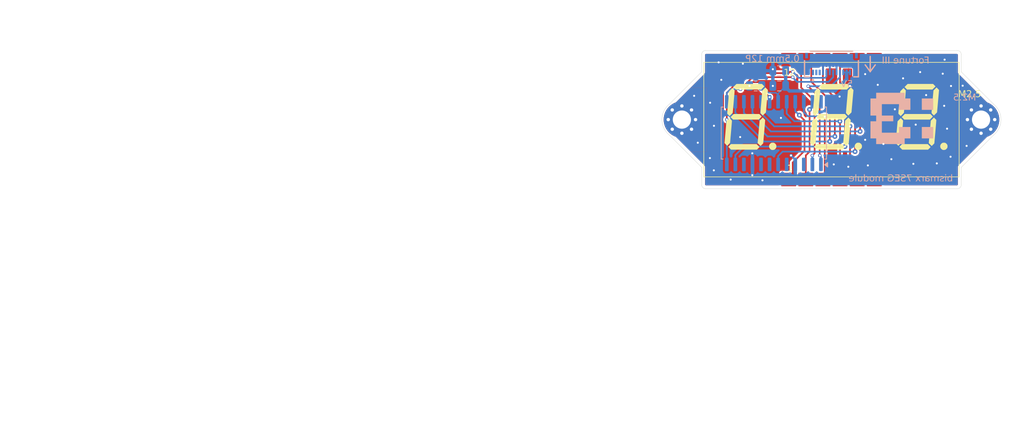
<source format=kicad_pcb>
(kicad_pcb (version 20241229) (generator "pcbnew") (generator_version "9.0")
  (layers (0 "F.Cu" signal) (2 "B.Cu" signal) (13 "F.Paste" user) (15 "B.Paste" user) (5 "F.SilkS" user "F.Silkscreen") (7 "B.SilkS" user "B.Silkscreen") (1 "F.Mask" user) (3 "B.Mask" user) (25 "Edge.Cuts" user))
  (net 0 "")
  (net 1 "GND")
  (net 2 "+5V")
  (net 3 "Net-(U2-ISET)")
  (net 4 "SEG_E")
  (net 5 "SEG_A")
  (net 6 "SEG_C")
  (net 7 "SEG_B")
  (net 8 "SEG_G")
  (net 9 "SEG_D")
  (net 10 "SEG_DP")
  (net 11 "SEG_F")
  (net 12 "DIG_0")
  (net 13 "DIG_1")
  (net 14 "DIG_2")
  (net 15 "MOSI")
  (net 16 "~{CS}")
  (net 17 "CLK")
  (footprint "MountingHole:MountingHole_2.7mm_M2.5_Pad_Via" (layer "F.Cu") (at 185.55 61.5)
    (property "Reference" "H2" (hide yes))
    (property "Value" "M2.5")
    (pad "1" thru_hole circle (at -2.025 0) (size 0.8 0.8) (drill 0.5) (layers "*.Cu" "*.Mask") (net 1 "GND"))
    (pad "1" thru_hole circle (at -1.431891 -1.431891) (size 0.8 0.8) (drill 0.5) (layers "*.Cu" "*.Mask") (net 1 "GND"))
    (pad "1" thru_hole circle (at -1.431891 1.431891) (size 0.8 0.8) (drill 0.5) (layers "*.Cu" "*.Mask") (net 1 "GND"))
    (pad "1" thru_hole circle (at 0 -2.025) (size 0.8 0.8) (drill 0.5) (layers "*.Cu" "*.Mask") (net 1 "GND"))
    (pad "1" thru_hole circle (at 0 0) (size 5.4 5.4) (drill 2.7) (layers "*.Cu" "*.Mask") (net 1 "GND"))
    (pad "1" thru_hole circle (at 0 2.025) (size 0.8 0.8) (drill 0.5) (layers "*.Cu" "*.Mask") (net 1 "GND"))
    (pad "1" thru_hole circle (at 1.431891 -1.431891) (size 0.8 0.8) (drill 0.5) (layers "*.Cu" "*.Mask") (net 1 "GND"))
    (pad "1" thru_hole circle (at 1.431891 1.431891) (size 0.8 0.8) (drill 0.5) (layers "*.Cu" "*.Mask") (net 1 "GND"))
    (pad "1" thru_hole circle (at 2.025 0) (size 0.8 0.8) (drill 0.5) (layers "*.Cu" "*.Mask") (net 1 "GND"))
  )
  (footprint "gps-compass_brd:OSK3056A-LR" (layer "F.Cu") (at 207.75 61.5)
    (property "Reference" "U1" (hide yes))
    (property "Value" "OSK3056A-LR")
    (fp_text user "1" (at -6.604 7.874 0) (layer "F.SilkS") (effects (justify left bottom)))
    (fp_text user "12" (at -7.112 -6.35 0) (layer "F.SilkS") (effects (justify left bottom)))
    (pad "1" smd rect (at -6.35 8.89 90) (size 2 2.2) (layers "F.Cu" "F.Mask" "F.Paste") (net 4 "SEG_E"))
    (pad "2" smd rect (at -3.81 8.89 90) (size 2 2.2) (layers "F.Cu" "F.Mask" "F.Paste") (net 9 "SEG_D"))
    (pad "3" smd rect (at -1.27 8.89 90) (size 2 2.2) (layers "F.Cu" "F.Mask" "F.Paste") (net 10 "SEG_DP"))
    (pad "4" smd rect (at 1.27 8.89 90) (size 2 2.2) (layers "F.Cu" "F.Mask" "F.Paste") (net 6 "SEG_C"))
    (pad "5" smd rect (at 3.81 8.89 90) (size 2 2.2) (layers "F.Cu" "F.Mask" "F.Paste") (net 8 "SEG_G"))
    (pad "6" smd rect (at 6.35 8.89 90) (size 2 2.2) (layers "F.Cu" "F.Mask" "F.Paste"))
    (pad "7" smd rect (at 6.35 -8.89 90) (size 2 2.2) (layers "F.Cu" "F.Mask" "F.Paste") (net 7 "SEG_B"))
    (pad "8" smd rect (at 3.81 -8.89 90) (size 2 2.2) (layers "F.Cu" "F.Mask" "F.Paste") (net 14 "DIG_2"))
    (pad "9" smd rect (at 1.27 -8.89 90) (size 2 2.2) (layers "F.Cu" "F.Mask" "F.Paste") (net 13 "DIG_1"))
    (pad "10" smd rect (at -1.27 -8.89 90) (size 2 2.2) (layers "F.Cu" "F.Mask" "F.Paste") (net 11 "SEG_F"))
    (pad "11" smd rect (at -3.81 -8.89 90) (size 2 2.2) (layers "F.Cu" "F.Mask" "F.Paste") (net 5 "SEG_A"))
    (pad "12" smd rect (at -6.35 -8.89 90) (size 2 2.2) (layers "F.Cu" "F.Mask" "F.Paste") (net 12 "DIG_0"))
  )
  (footprint "MountingHole:MountingHole_2.7mm_M2.5_Pad_Via" (layer "F.Cu") (at 229.95 61.5 180)
    (property "Reference" "H1" (hide yes))
    (property "Value" "M2.5")
    (pad "1" thru_hole circle (at -2.025 0 180) (size 0.8 0.8) (drill 0.5) (layers "*.Cu" "*.Mask") (net 1 "GND"))
    (pad "1" thru_hole circle (at -1.431891 -1.431891 180) (size 0.8 0.8) (drill 0.5) (layers "*.Cu" "*.Mask") (net 1 "GND"))
    (pad "1" thru_hole circle (at -1.431891 1.431891 180) (size 0.8 0.8) (drill 0.5) (layers "*.Cu" "*.Mask") (net 1 "GND"))
    (pad "1" thru_hole circle (at 0 -2.025 180) (size 0.8 0.8) (drill 0.5) (layers "*.Cu" "*.Mask") (net 1 "GND"))
    (pad "1" thru_hole circle (at 0 0 180) (size 5.4 5.4) (drill 2.7) (layers "*.Cu" "*.Mask") (net 1 "GND"))
    (pad "1" thru_hole circle (at 0 2.025 180) (size 0.8 0.8) (drill 0.5) (layers "*.Cu" "*.Mask") (net 1 "GND"))
    (pad "1" thru_hole circle (at 1.431891 -1.431891 180) (size 0.8 0.8) (drill 0.5) (layers "*.Cu" "*.Mask") (net 1 "GND"))
    (pad "1" thru_hole circle (at 1.431891 1.431891 180) (size 0.8 0.8) (drill 0.5) (layers "*.Cu" "*.Mask") (net 1 "GND"))
    (pad "1" thru_hole circle (at 2.025 0 180) (size 0.8 0.8) (drill 0.5) (layers "*.Cu" "*.Mask") (net 1 "GND"))
  )
  (footprint "Capacitor_SMD:C_0805_2012Metric" (layer "B.Cu") (at 200 54.25 180)
    (property "Reference" "C1" (hide yes))
    (property "Value" "10uF")
    (pad "1" smd roundrect (at -0.95 0 180) (size 1 1.45) (layers "B.Cu" "B.Mask" "B.Paste") (net 2 "+5V"))
    (pad "2" smd roundrect (at 0.95 0 180) (size 1 1.45) (layers "B.Cu" "B.Mask" "B.Paste") (net 1 "GND"))
  )
  (footprint "sumec_graphic:COLON_3_IMG" (layer "B.Cu") (at 219.25 64.5 180)
    (property "Reference" "G***" (hide yes))
    (property "Value" "LOGO" (hide yes))
  )
  (footprint "Package_SO:SOP-24_7.5x15.4mm_P1.27mm" (layer "B.Cu") (at 199.2 63.5 90)
    (property "Reference" "U2" (hide yes))
    (property "Value" "MAX7219")
    (pad "1" smd roundrect (at -4.65 6.985 90) (size 2 0.55) (layers "B.Cu" "B.Mask" "B.Paste") (net 15 "MOSI"))
    (pad "2" smd roundrect (at -4.65 5.715 90) (size 2 0.55) (layers "B.Cu" "B.Mask" "B.Paste") (net 12 "DIG_0"))
    (pad "3" smd roundrect (at -4.65 4.445 90) (size 2 0.55) (layers "B.Cu" "B.Mask" "B.Paste"))
    (pad "4" smd roundrect (at -4.65 3.175 90) (size 2 0.55) (layers "B.Cu" "B.Mask" "B.Paste") (net 1 "GND"))
    (pad "5" smd roundrect (at -4.65 1.905 90) (size 2 0.55) (layers "B.Cu" "B.Mask" "B.Paste"))
    (pad "6" smd roundrect (at -4.65 0.635 90) (size 2 0.55) (layers "B.Cu" "B.Mask" "B.Paste") (net 14 "DIG_2"))
    (pad "7" smd roundrect (at -4.65 -0.635 90) (size 2 0.55) (layers "B.Cu" "B.Mask" "B.Paste"))
    (pad "8" smd roundrect (at -4.65 -1.905 90) (size 2 0.55) (layers "B.Cu" "B.Mask" "B.Paste"))
    (pad "9" smd roundrect (at -4.65 -3.175 90) (size 2 0.55) (layers "B.Cu" "B.Mask" "B.Paste") (net 1 "GND"))
    (pad "10" smd roundrect (at -4.65 -4.445 90) (size 2 0.55) (layers "B.Cu" "B.Mask" "B.Paste"))
    (pad "11" smd roundrect (at -4.65 -5.715 90) (size 2 0.55) (layers "B.Cu" "B.Mask" "B.Paste") (net 13 "DIG_1"))
    (pad "12" smd roundrect (at -4.65 -6.985 90) (size 2 0.55) (layers "B.Cu" "B.Mask" "B.Paste") (net 16 "~{CS}"))
    (pad "13" smd roundrect (at 4.65 -6.985 90) (size 2 0.55) (layers "B.Cu" "B.Mask" "B.Paste") (net 17 "CLK"))
    (pad "14" smd roundrect (at 4.65 -5.715 90) (size 2 0.55) (layers "B.Cu" "B.Mask" "B.Paste") (net 5 "SEG_A"))
    (pad "15" smd roundrect (at 4.65 -4.445 90) (size 2 0.55) (layers "B.Cu" "B.Mask" "B.Paste") (net 11 "SEG_F"))
    (pad "16" smd roundrect (at 4.65 -3.175 90) (size 2 0.55) (layers "B.Cu" "B.Mask" "B.Paste") (net 7 "SEG_B"))
    (pad "17" smd roundrect (at 4.65 -1.905 90) (size 2 0.55) (layers "B.Cu" "B.Mask" "B.Paste") (net 8 "SEG_G"))
    (pad "18" smd roundrect (at 4.65 -0.635 90) (size 2 0.55) (layers "B.Cu" "B.Mask" "B.Paste") (net 3 "Net-(U2-ISET)"))
    (pad "19" smd roundrect (at 4.65 0.635 90) (size 2 0.55) (layers "B.Cu" "B.Mask" "B.Paste") (net 2 "+5V"))
    (pad "20" smd roundrect (at 4.65 1.905 90) (size 2 0.55) (layers "B.Cu" "B.Mask" "B.Paste") (net 6 "SEG_C"))
    (pad "21" smd roundrect (at 4.65 3.175 90) (size 2 0.55) (layers "B.Cu" "B.Mask" "B.Paste") (net 4 "SEG_E"))
    (pad "22" smd roundrect (at 4.65 4.445 90) (size 2 0.55) (layers "B.Cu" "B.Mask" "B.Paste") (net 10 "SEG_DP"))
    (pad "23" smd roundrect (at 4.65 5.715 90) (size 2 0.55) (layers "B.Cu" "B.Mask" "B.Paste") (net 9 "SEG_D"))
    (pad "24" smd roundrect (at 4.65 6.985 90) (size 2 0.55) (layers "B.Cu" "B.Mask" "B.Paste"))
  )
  (footprint "gps-compass_brd:GCT_FFC2B28-12-G" (layer "B.Cu") (at 207.75 53.25)
    (property "Reference" "J2" (hide yes))
    (property "Value" "FFC2B28-12-G")
    (pad "1" smd rect (at -2.75 1.25) (size 0.3 0.8) (layers "B.Cu" "B.Paste"))
    (pad "2" smd rect (at -2.25 1.25) (size 0.3 0.8) (layers "B.Cu" "B.Paste"))
    (pad "3" smd rect (at -1.75 1.25) (size 0.3 0.8) (layers "B.Cu" "B.Paste"))
    (pad "4" smd rect (at -1.25 1.25) (size 0.3 0.8) (layers "B.Cu" "B.Paste") (net 1 "GND"))
    (pad "5" smd rect (at -0.75 1.25) (size 0.3 0.8) (layers "B.Cu" "B.Paste") (net 16 "~{CS}"))
    (pad "6" smd rect (at -0.25 1.25) (size 0.3 0.8) (layers "B.Cu" "B.Paste") (net 1 "GND"))
    (pad "7" smd rect (at 0.25 1.25) (size 0.3 0.8) (layers "B.Cu" "B.Paste") (net 17 "CLK"))
    (pad "8" smd rect (at 0.75 1.25) (size 0.3 0.8) (layers "B.Cu" "B.Paste") (net 1 "GND"))
    (pad "9" smd rect (at 1.25 1.25) (size 0.3 0.8) (layers "B.Cu" "B.Paste") (net 15 "MOSI"))
    (pad "10" smd rect (at 1.75 1.25) (size 0.3 0.8) (layers "B.Cu" "B.Paste") (net 2 "+5V"))
    (pad "11" smd rect (at 2.25 1.25) (size 0.3 0.8) (layers "B.Cu" "B.Paste") (net 2 "+5V"))
    (pad "12" smd rect (at 2.75 1.25) (size 0.3 0.8) (layers "B.Cu" "B.Paste") (net 2 "+5V"))
    (pad "S1" smd rect (at -3.7 -1.25) (size 0.4 0.8) (layers "B.Cu" "B.Mask" "B.Paste"))
    (pad "S2" smd rect (at 3.7 -1.25) (size 0.4 0.8) (layers "B.Cu" "B.Mask" "B.Paste"))
  )
  (footprint "Resistor_SMD:R_0805_2012Metric" (layer "B.Cu") (at 196.5 56.5 180)
    (property "Reference" "R1" (hide yes))
    (property "Value" "10k")
    (pad "1" smd roundrect (at -0.9125 0 180) (size 1.025 1.4) (layers "B.Cu" "B.Mask" "B.Paste") (roundrect_rratio 0.243902) (net 2 "+5V"))
    (pad "2" smd roundrect (at 0.9125 0 180) (size 1.025 1.4) (layers "B.Cu" "B.Mask" "B.Paste") (roundrect_rratio 0.243902) (net 3 "Net-(U2-ISET)"))
  )
  (footprint "Capacitor_SMD:C_0805_2012Metric" (layer "B.Cu") (at 200 56.5 180)
    (property "Reference" "C2" (hide yes))
    (property "Value" "100nF")
    (pad "1" smd roundrect (at -0.95 0 180) (size 1 1.45) (layers "B.Cu" "B.Mask" "B.Paste") (net 2 "+5V"))
    (pad "2" smd roundrect (at 0.95 0 180) (size 1 1.45) (layers "B.Cu" "B.Mask" "B.Paste") (net 1 "GND"))
  )
  (gr_line (start 213.5 54.375) (end 214.25 53.375) (stroke (width 0.2)) (layer "B.SilkS"))
  (gr_line (start 212.75 53.375) (end 213.5 54.375) (stroke (width 0.2)) (layer "B.SilkS"))
  (gr_line (start 213.5 54.375) (end 213.5 52.125) (stroke (width 0.2)) (layer "B.SilkS"))
  (gr_arc (start 188.5 51.8) (mid 188.661091 51.411091) (end 189.05 51.25) (stroke (width 0.05)) (layer "Edge.Cuts"))
  (gr_line (start 188.5 51.8) (end 188.5 54.4) (stroke (width 0.05)) (layer "Edge.Cuts"))
  (gr_arc (start 227 71.2) (mid 226.838909 71.588909) (end 226.45 71.75) (stroke (width 0.05)) (layer "Edge.Cuts"))
  (gr_line (start 188.5 71.2) (end 188.5 68.6) (stroke (width 0.05)) (layer "Edge.Cuts"))
  (gr_arc (start 183.7 63.8) (mid 182.598306 61.5) (end 183.7 59.2) (stroke (width 0.05)) (layer "Edge.Cuts"))
  (gr_line (start 188.5 68.6) (end 183.7 63.8) (stroke (width 0.05)) (layer "Edge.Cuts"))
  (gr_line (start 188.5 54.4) (end 183.7 59.2) (stroke (width 0.05)) (layer "Edge.Cuts"))
  (gr_line (start 227 54.4) (end 231.8 59.2) (stroke (width 0.05)) (layer "Edge.Cuts"))
  (gr_line (start 227 68.6) (end 231.8 63.8) (stroke (width 0.05)) (layer "Edge.Cuts"))
  (gr_arc (start 189.05 71.75) (mid 188.661091 71.588909) (end 188.5 71.2) (stroke (width 0.05)) (layer "Edge.Cuts"))
  (gr_line (start 227 71.2) (end 227 68.6) (stroke (width 0.05)) (layer "Edge.Cuts"))
  (gr_line (start 226.45 51.25) (end 189.05 51.25) (stroke (width 0.05)) (layer "Edge.Cuts"))
  (gr_arc (start 231.8 59.2) (mid 232.901694 61.5) (end 231.8 63.8) (stroke (width 0.05)) (layer "Edge.Cuts"))
  (gr_line (start 226.45 71.75) (end 189.05 71.75) (stroke (width 0.05)) (layer "Edge.Cuts"))
  (gr_line (start 227 54.4) (end 227 51.8) (stroke (width 0.05)) (layer "Edge.Cuts"))
  (gr_arc (start 226.45 51.25) (mid 226.838909 51.411091) (end 227 51.8) (stroke (width 0.05)) (layer "Edge.Cuts"))
  (gr_text "M2.5" (at 228.25 57.75 -0) (layer "F.SilkS") (effects (font (size 1 1) (thickness 0.1))))
  (gr_text "0.5mm 12P" (at 199 52.5 0) (layer "B.SilkS") (effects (font (size 1 1) (thickness 0.1)) (justify mirror)))
  (gr_text "M2.5" (at 227.5 58.25 0) (layer "B.SilkS") (effects (font (size 1 1) (thickness 0.1)) (justify mirror)))
  (gr_text "Fortune III" (at 218.75 52.75 0) (layer "B.SilkS") (effects (font (size 1 1) (thickness 0.1) (italic yes)) (justify mirror)))
  (gr_text "5V" (at 210 56.25 0) (layer "B.SilkS") (effects (font (size 1 1) (thickness 0.1)) (justify mirror)))
  (gr_text "bismarx 7SEG module" (at 218.040083 70.25 0) (layer "B.SilkS") (effects (font (size 1 1) (thickness 0.1)) (justify mirror)))
  (via (at 200.25 61.25) (size 0.7) (drill 0.3) (layers "F.Cu" "B.Cu") (net 1))
  (via (at 225.421079 67.012518) (size 0.7) (drill 0.3) (layers "F.Cu" "B.Cu") (net 1))
  (via (at 212.75 54.75) (size 0.5) (drill 0.3) (layers "F.Cu" "B.Cu") (net 1))
  (via (at 190.31 62.42) (size 0.7) (drill 0.3) (layers "F.Cu" "B.Cu") (net 1))
  (via (at 208.95582 58.077989) (size 0.5) (drill 0.3) (layers "F.Cu" "B.Cu") (net 1))
  (via (at 201.75 66.825) (size 0.5) (drill 0.3) (layers "F.Cu" "B.Cu") (net 1))
  (via (at 199.05 54.025) (size 0.5) (drill 0.3) (layers "F.Cu" "B.Cu") (net 1))
  (via (at 213.15 68.3) (size 0.7) (drill 0.3) (layers "F.Cu" "B.Cu") (net 1))
  (via (at 212.75 64.5) (size 0.7) (drill 0.3) (layers "F.Cu" "B.Cu") (net 1))
  (via (at 196 66.5) (size 0.7) (drill 0.3) (layers "F.Cu" "B.Cu") (net 1))
  (via (at 221.8 57.86) (size 0.7) (drill 0.3) (layers "F.Cu" "B.Cu") (net 1))
  (via (at 190.29 69.03) (size 0.7) (drill 0.3) (layers "F.Cu" "B.Cu") (net 1))
  (via (at 217.15338 59.975809) (size 0.7) (drill 0.3) (layers "F.Cu" "B.Cu") (net 1))
  (via (at 216.639481 67.377523) (size 0.7) (drill 0.3) (layers "F.Cu" "B.Cu") (net 1))
  (via (at 199.05 56.5) (size 0.5) (drill 0.3) (layers "F.Cu" "B.Cu") (net 1))
  (via (at 196 69.75) (size 0.7) (drill 0.3) (layers "F.Cu" "B.Cu") (net 1))
  (via (at 214.620444 56.339333) (size 0.7) (drill 0.3) (layers "F.Cu" "B.Cu") (net 1))
  (via (at 191.4 55.6) (size 0.7) (drill 0.3) (layers "F.Cu" "B.Cu") (net 1))
  (via (at 223.381343 68.000179) (size 0.7) (drill 0.3) (layers "F.Cu" "B.Cu") (net 1))
  (via (at 210.5 56.5) (size 0.5) (drill 0.3) (layers "F.Cu" "B.Cu") (net 1))
  (via (at 191 53) (size 0.7) (drill 0.3) (layers "F.Cu" "B.Cu") (net 1))
  (via (at 224.26165 54.688222) (size 0.7) (drill 0.3) (layers "F.Cu" "B.Cu") (net 1))
  (via (at 187.37 57.97) (size 0.7) (drill 0.3) (layers "F.Cu" "B.Cu") (net 1))
  (via (at 220.25 62.25) (size 0.7) (drill 0.3) (layers "F.Cu" "B.Cu") (net 1))
  (via (at 194.6 53.2) (size 0.7) (drill 0.3) (layers "F.Cu" "B.Cu") (net 1))
  (via (at 220.91 54.45) (size 0.7) (drill 0.3) (layers "F.Cu" "B.Cu") (net 1))
  (via (at 219.903058 68.064592) (size 0.7) (drill 0.3) (layers "F.Cu" "B.Cu") (net 1))
  (via (at 218.378624 55.375291) (size 0.7) (drill 0.3) (layers "F.Cu" "B.Cu") (net 1))
  (via (at 189.74 59) (size 0.7) (drill 0.3) (layers "F.Cu" "B.Cu") (net 1))
  (via (at 189.71 67.21) (size 0.7) (drill 0.3) (layers "F.Cu" "B.Cu") (net 1))
  (via (at 224.476359 59.454761) (size 0.7) (drill 0.3) (layers "F.Cu" "B.Cu") (net 1))
  (via (at 197.51 70.51) (size 0.7) (drill 0.3) (layers "F.Cu" "B.Cu") (net 1))
  (via (at 227.804349 65.402201) (size 0.7) (drill 0.3) (layers "F.Cu" "B.Cu") (net 1))
  (via (at 192.79 70.4) (size 0.7) (drill 0.3) (layers "F.Cu" "B.Cu") (net 1))
  (via (at 208.09 68.15) (size 0.7) (drill 0.3) (layers "F.Cu" "B.Cu") (net 1))
  (via (at 224.905777 62.847163) (size 0.7) (drill 0.3) (layers "F.Cu" "B.Cu") (net 1))
  (via (at 210.25 68.5) (size 0.7) (drill 0.3) (layers "F.Cu" "B.Cu") (net 1))
  (via (at 215.458581 65.123079) (size 0.7) (drill 0.3) (layers "F.Cu" "B.Cu") (net 1))
  (via (at 224.540772 52.605544) (size 0.7) (drill 0.3) (layers "F.Cu" "B.Cu") (net 1))
  (via (at 225.49 56.51) (size 0.7) (drill 0.3) (layers "F.Cu" "B.Cu") (net 1))
  (via (at 187.91 64.93) (size 0.7) (drill 0.3) (layers "F.Cu" "B.Cu") (net 1))
  (via (at 227.22 56.47) (size 0.7) (drill 0.3) (layers "F.Cu" "B.Cu") (net 1))
  (via (at 194.2 64.09) (size 0.7) (drill 0.3) (layers "F.Cu" "B.Cu") (net 1))
  (segment (start 202.375 67.45) (end 202.375 68.15) (width 0.25) (layer "B.Cu") (net 1))
  (segment (start 207.5 54.5) (end 207.5 53.25) (width 0.25) (layer "B.Cu") (net 1))
  (segment (start 206.5 54.5) (end 206.5 53.25) (width 0.25) (layer "B.Cu") (net 1))
  (segment (start 208.5 54.5) (end 208.5 53.25) (width 0.25) (layer "B.Cu") (net 1))
  (segment (start 202.375 68.15) (end 202.375 69.149999) (width 0.25) (layer "B.Cu") (net 1))
  (segment (start 201.75 66.825) (end 202.375 67.45) (width 0.25) (layer "B.Cu") (net 1))
  (segment (start 202.4 68.125) (end 202.375 68.15) (width 0.25) (layer "B.Cu") (net 1))
  (segment (start 197.4125 56.5) (end 197.53884 56.5) (width 0.2) (layer "B.Cu") (net 2))
  (segment (start 199.835 57.850001) (end 199.510999 57.526) (width 0.2) (layer "B.Cu") (net 2))
  (segment (start 198.4385 57.526) (end 197.4125 56.5) (width 0.2) (layer "B.Cu") (net 2))
  (segment (start 199.835 57.615) (end 199.835 58.85) (width 0.2) (layer "B.Cu") (net 2))
  (segment (start 200.95 54.5125) (end 200.95 55.372765) (width 0.25) (layer "B.Cu") (net 2))
  (segment (start 200.95 54.5125) (end 200.95 56.5) (width 0.5) (layer "B.Cu") (net 2))
  (segment (start 201.160935 56.902681) (end 201.508254 57.25) (width 0.5) (layer "B.Cu") (net 2))
  (segment (start 209.5 54.5) (end 210.5 54.5) (width 0.25) (layer "B.Cu") (net 2))
  (segment (start 210 55.5) (end 210 54.5) (width 0.5) (layer "B.Cu") (net 2))
  (segment (start 200.800207 56.902681) (end 201.160935 56.902681) (width 0.5) (layer "B.Cu") (net 2))
  (segment (start 201.508254 57.25) (end 208.25 57.25) (width 0.5) (layer "B.Cu") (net 2))
  (segment (start 208.25 57.25) (end 210 55.5) (width 0.5) (layer "B.Cu") (net 2))
  (segment (start 199.835 58.85) (end 199.835 57.850001) (width 0.2) (layer "B.Cu") (net 2))
  (segment (start 200.95 56.5) (end 199.835 57.615) (width 0.2) (layer "B.Cu") (net 2))
  (segment (start 199.510999 57.526) (end 198.4385 57.526) (width 0.2) (layer "B.Cu") (net 2))
  (segment (start 196.895922 56.5) (end 195.5875 56.5) (width 0.25) (layer "F.Cu") (net 3))
  (segment (start 198.562658 58.166736) (end 196.895922 56.5) (width 0.25) (layer "F.Cu") (net 3))
  (via (at 198.562658 58.166736) (size 0.5) (drill 0.3) (layers "F.Cu" "B.Cu") (net 3))
  (via (at 195.5875 56.5) (size 0.5) (drill 0.3) (layers "F.Cu" "B.Cu") (net 3))
  (segment (start 198.562658 58.166736) (end 198.562658 58.847658) (width 0.25) (layer "B.Cu") (net 3))
  (segment (start 198.562658 58.847658) (end 198.565 58.85) (width 0.25) (layer "B.Cu") (net 3))
  (segment (start 195.5875 56.311896) (end 195.5875 56.5) (width 0.25) (layer "B.Cu") (net 3))
  (segment (start 202.982806 60.834365) (end 202.982806 60.857806) (width 0.25) (layer "F.Cu") (net 4))
  (segment (start 202.982806 60.857806) (end 203.75 61.625) (width 0.25) (layer "F.Cu") (net 4))
  (segment (start 203.75 61.625) (end 203.75 66.125) (width 0.25) (layer "F.Cu") (net 4))
  (segment (start 202 67.875) (end 202 69.79) (width 0.25) (layer "F.Cu") (net 4))
  (segment (start 202 69.79) (end 201.4 70.39) (width 0.25) (layer "F.Cu") (net 4))
  (segment (start 203.75 66.125) (end 202 67.875) (width 0.25) (layer "F.Cu") (net 4))
  (via (at 202.982806 60.834365) (size 0.7) (drill 0.3) (layers "F.Cu" "B.Cu") (net 4))
  (segment (start 202.375 60.25) (end 202.375 58.85) (width 0.25) (layer "B.Cu") (net 4))
  (segment (start 202.959365 60.834365) (end 202.375 60.25) (width 0.25) (layer "B.Cu") (net 4))
  (segment (start 202.982806 60.834365) (end 202.959365 60.834365) (width 0.25) (layer "B.Cu") (net 4))
  (segment (start 207.5 64.75) (end 207.5 58.625) (width 0.25) (layer "F.Cu") (net 5))
  (segment (start 204.75 53.42) (end 203.94 52.61) (width 0.25) (layer "F.Cu") (net 5))
  (segment (start 207.5 58.625) (end 204.75 55.875) (width 0.25) (layer "F.Cu") (net 5))
  (segment (start 204.75 55.875) (end 204.75 53.42) (width 0.25) (layer "F.Cu") (net 5))
  (via (at 207.5 64.75) (size 0.7) (drill 0.3) (layers "F.Cu" "B.Cu") (net 5))
  (segment (start 193.485 58.85) (end 193.485 60.485) (width 0.25) (layer "B.Cu") (net 5))
  (segment (start 193.485 60.485) (end 197.75 64.75) (width 0.25) (layer "B.Cu") (net 5))
  (segment (start 197.75 64.75) (end 207.5 64.75) (width 0.25) (layer "B.Cu") (net 5))
  (segment (start 209 61.75) (end 209.02 61.77) (width 0.25) (layer "F.Cu") (net 6))
  (segment (start 209.02 61.77) (end 209.02 70.39) (width 0.25) (layer "F.Cu") (net 6))
  (via (at 209 61.75) (size 0.7) (drill 0.3) (layers "F.Cu" "B.Cu") (net 6))
  (segment (start 209 61.75) (end 202.25 61.75) (width 0.25) (layer "B.Cu") (net 6))
  (segment (start 201.105 60.605) (end 201.105 58.85) (width 0.25) (layer "B.Cu") (net 6))
  (segment (start 202.25 61.75) (end 201.105 60.605) (width 0.25) (layer "B.Cu") (net 6))
  (segment (start 212 63.25) (end 212 56.5) (width 0.25) (layer "F.Cu") (net 7))
  (segment (start 214.1 54.4) (end 214.1 52.61) (width 0.25) (layer "F.Cu") (net 7))
  (segment (start 212 56.5) (end 214.1 54.4) (width 0.25) (layer "F.Cu") (net 7))
  (via (at 212 63.25) (size 0.7) (drill 0.3) (layers "F.Cu" "B.Cu") (net 7))
  (segment (start 212 63.25) (end 198.75 63.25) (width 0.25) (layer "B.Cu") (net 7))
  (segment (start 196.025 60.525) (end 196.025 58.85) (width 0.25) (layer "B.Cu") (net 7))
  (segment (start 198.75 63.25) (end 196.025 60.525) (width 0.25) (layer "B.Cu") (net 7))
  (segment (start 210.5 66.75) (end 211.75 68) (width 0.25) (layer "F.Cu") (net 8))
  (segment (start 210.5 62.5) (end 210.5 66.75) (width 0.25) (layer "F.Cu") (net 8))
  (segment (start 211.75 68) (end 211.75 70.2) (width 0.25) (layer "F.Cu") (net 8))
  (segment (start 211.75 70.2) (end 211.56 70.39) (width 0.25) (layer "F.Cu") (net 8))
  (via (at 210.5 62.5) (size 0.7) (drill 0.3) (layers "F.Cu" "B.Cu") (net 8))
  (segment (start 210.5 62.5) (end 199.25 62.5) (width 0.25) (layer "B.Cu") (net 8))
  (segment (start 199.25 62.5) (end 197.295 60.545) (width 0.25) (layer "B.Cu") (net 8))
  (segment (start 197.295 60.545) (end 197.295 58.85) (width 0.25) (layer "B.Cu") (net 8))
  (segment (start 203.94 66.81) (end 203.94 70.39) (width 0.25) (layer "F.Cu") (net 9))
  (segment (start 204.5 60) (end 204.5 66.25) (width 0.25) (layer "F.Cu") (net 9))
  (segment (start 204.5 66.25) (end 203.94 66.81) (width 0.25) (layer "F.Cu") (net 9))
  (via (at 204.5 60) (size 0.7) (drill 0.3) (layers "F.Cu" "B.Cu") (net 9))
  (segment (start 204.5 60) (end 204.57 60) (width 0.25) (layer "B.Cu") (net 9))
  (segment (start 204.57 60) (end 204.915 59.655) (width 0.25) (layer "B.Cu") (net 9))
  (segment (start 204.915 59.655) (end 204.915 58.85) (width 0.25) (layer "B.Cu") (net 9))
  (segment (start 206.75 61.075) (end 206.75 70.12) (width 0.25) (layer "F.Cu") (net 10))
  (segment (start 206.75 70.12) (end 206.48 70.39) (width 0.25) (layer "F.Cu") (net 10))
  (via (at 206.75 61.075) (size 0.7) (drill 0.3) (layers "F.Cu" "B.Cu") (net 10))
  (segment (start 206.675 61) (end 204.25 61) (width 0.25) (layer "B.Cu") (net 10))
  (segment (start 206.75 61.075) (end 206.675 61) (width 0.25) (layer "B.Cu") (net 10))
  (segment (start 204.25 61) (end 203.645 60.395) (width 0.25) (layer "B.Cu") (net 10))
  (segment (start 203.645 60.395) (end 203.645 58.85) (width 0.25) (layer "B.Cu") (net 10))
  (segment (start 208.25 58.25) (end 206.48 56.48) (width 0.25) (layer "F.Cu") (net 11))
  (segment (start 208.25 64) (end 208.25 58.25) (width 0.25) (layer "F.Cu") (net 11))
  (segment (start 206.48 56.48) (end 206.48 52.61) (width 0.25) (layer "F.Cu") (net 11))
  (via (at 208.25 64) (size 0.7) (drill 0.3) (layers "F.Cu" "B.Cu") (net 11))
  (segment (start 198.25 64) (end 194.755 60.505) (width 0.25) (layer "B.Cu") (net 11))
  (segment (start 208.25 64) (end 198.25 64) (width 0.25) (layer "B.Cu") (net 11))
  (segment (start 194.755 60.505) (end 194.755 58.85) (width 0.25) (layer "B.Cu") (net 11))
  (segment (start 204.910789 66.825) (end 205.25 66.485789) (width 0.25) (layer "F.Cu") (net 12))
  (segment (start 205.25 58.75) (end 203.25 56.75) (width 0.25) (layer "F.Cu") (net 12))
  (segment (start 202.25 53.46) (end 201.4 52.61) (width 0.25) (layer "F.Cu") (net 12))
  (segment (start 202.25 53.75) (end 202.25 53.46) (width 0.25) (layer "F.Cu") (net 12))
  (segment (start 203.25 54.75) (end 202.25 53.75) (width 0.25) (layer "F.Cu") (net 12))
  (segment (start 205.25 66.485789) (end 205.25 58.75) (width 0.25) (layer "F.Cu") (net 12))
  (segment (start 203.25 56.75) (end 203.25 54.75) (width 0.25) (layer "F.Cu") (net 12))
  (via (at 204.910789 66.825) (size 0.5) (drill 0.3) (layers "F.Cu" "B.Cu") (net 12))
  (segment (start 204.910789 67.080789) (end 204.915 67.085) (width 0.25) (layer "B.Cu") (net 12))
  (segment (start 204.915 67.085) (end 204.915 68.15) (width 0.25) (layer "B.Cu") (net 12))
  (segment (start 204.910789 66.825) (end 204.910789 67.080789) (width 0.25) (layer "B.Cu") (net 12))
  (segment (start 209.02 56.02) (end 209.02 52.61) (width 0.25) (layer "F.Cu") (net 13))
  (segment (start 209.75 56.75) (end 209.02 56.02) (width 0.25) (layer "F.Cu") (net 13))
  (segment (start 209.75 65.5) (end 209.75 56.75) (width 0.25) (layer "F.Cu") (net 13))
  (via (at 209.75 65.5) (size 0.7) (drill 0.3) (layers "F.Cu" "B.Cu") (net 13))
  (segment (start 209.75 65.5) (end 194.75 65.5) (width 0.25) (layer "B.Cu") (net 13))
  (segment (start 193.485 66.765) (end 193.485 68.15) (width 0.25) (layer "B.Cu") (net 13))
  (segment (start 194.75 65.5) (end 193.485 66.765) (width 0.25) (layer "B.Cu") (net 13))
  (segment (start 211.25 66.25) (end 211.25 52.92) (width 0.25) (layer "F.Cu") (net 14))
  (segment (start 211.25 52.92) (end 211.56 52.61) (width 0.25) (layer "F.Cu") (net 14))
  (via (at 211.25 66.25) (size 0.7) (drill 0.3) (layers "F.Cu" "B.Cu") (net 14))
  (segment (start 200.5 66.25) (end 199.835 66.915) (width 0.25) (layer "B.Cu") (net 14))
  (segment (start 199.835 66.915) (end 199.835 68.15) (width 0.25) (layer "B.Cu") (net 14))
  (segment (start 211.25 66.25) (end 200.5 66.25) (width 0.25) (layer "B.Cu") (net 14))
  (segment (start 204.3 56.55) (end 206 58.25) (width 0.25) (layer "F.Cu") (net 15))
  (segment (start 206 58.25) (end 206 66.806526) (width 0.25) (layer "F.Cu") (net 15))
  (segment (start 206 66.806526) (end 206.018474 66.825) (width 0.25) (layer "F.Cu") (net 15))
  (via (at 204.3 56.55) (size 0.5) (drill 0.3) (layers "F.Cu" "B.Cu") (net 15))
  (via (at 206.018474 66.825) (size 0.5) (drill 0.3) (layers "F.Cu" "B.Cu") (net 15))
  (segment (start 207.652 56.55) (end 209 55.202) (width 0.25) (layer "B.Cu") (net 15))
  (segment (start 206.172684 66.97921) (end 206.172684 68.137684) (width 0.25) (layer "B.Cu") (net 15))
  (segment (start 204.3 56.55) (end 207.652 56.55) (width 0.25) (layer "B.Cu") (net 15))
  (segment (start 209 55.202) (end 209 54.5) (width 0.25) (layer "B.Cu") (net 15))
  (segment (start 206.018474 66.825) (end 206.172684 66.97921) (width 0.25) (layer "B.Cu") (net 15))
  (segment (start 206.172684 68.137684) (end 206.185 68.15) (width 0.25) (layer "B.Cu") (net 15))
  (segment (start 192.215 61.5) (end 192.215 57.535) (width 0.25) (layer "F.Cu") (net 16))
  (segment (start 201.6 54.4) (end 202 54.4) (width 0.25) (layer "F.Cu") (net 16))
  (segment (start 192.215 57.535) (end 195.15 54.6) (width 0.25) (layer "F.Cu") (net 16))
  (segment (start 201.4 54.6) (end 201.6 54.4) (width 0.25) (layer "F.Cu") (net 16))
  (segment (start 195.15 54.6) (end 201.4 54.6) (width 0.25) (layer "F.Cu") (net 16))
  (via (at 192.215 61.5) (size 0.5) (drill 0.3) (layers "F.Cu" "B.Cu") (net 16))
  (via (at 202 54.4) (size 0.5) (drill 0.3) (layers "F.Cu" "B.Cu") (net 16))
  (segment (start 192.215 61.5) (end 192.215 68.15) (width 0.25) (layer "B.Cu") (net 16))
  (segment (start 206.802 55.3) (end 207 55.102) (width 0.25) (layer "B.Cu") (net 16))
  (segment (start 202.237809 54.630804) (end 202.575221 54.968216) (width 0.25) (layer "B.Cu") (net 16))
  (segment (start 202.575221 54.968216) (end 202.575221 54.975221) (width 0.25) (layer "B.Cu") (net 16))
  (segment (start 207 55.102) (end 207 54.5) (width 0.25) (layer "B.Cu") (net 16))
  (segment (start 202.9 55.3) (end 206.802 55.3) (width 0.25) (layer "B.Cu") (net 16))
  (segment (start 202.230804 54.630804) (end 202.237809 54.630804) (width 0.25) (layer "B.Cu") (net 16))
  (segment (start 202 54.4) (end 202.230804 54.630804) (width 0.25) (layer "B.Cu") (net 16))
  (segment (start 202.575221 54.975221) (end 202.9 55.3) (width 0.25) (layer "B.Cu") (net 16))
  (segment (start 196.043196 55.206804) (end 194.25 57) (width 0.25) (layer "F.Cu") (net 17))
  (segment (start 201.999221 55.206804) (end 196.043196 55.206804) (width 0.25) (layer "F.Cu") (net 17))
  (via (at 201.999221 55.206804) (size 0.5) (drill 0.3) (layers "F.Cu" "B.Cu") (net 17))
  (via (at 194.25 57) (size 0.5) (drill 0.3) (layers "F.Cu" "B.Cu") (net 17))
  (segment (start 201.999221 55.249221) (end 202.65 55.9) (width 0.25) (layer "B.Cu") (net 17))
  (segment (start 202.65 55.9) (end 207.302 55.9) (width 0.25) (layer "B.Cu") (net 17))
  (segment (start 192.75 57) (end 192.215 57.535) (width 0.25) (layer "B.Cu") (net 17))
  (segment (start 201.999221 55.206804) (end 201.999221 55.249221) (width 0.25) (layer "B.Cu") (net 17))
  (segment (start 192.215 57.535) (end 192.215 58.85) (width 0.25) (layer "B.Cu") (net 17))
  (segment (start 194.25 57) (end 192.75 57) (width 0.25) (layer "B.Cu") (net 17))
  (segment (start 207.302 55.9) (end 208 55.202) (width 0.25) (layer "B.Cu") (net 17))
  (segment (start 208 55.202) (end 208 54.5) (width 0.25) (layer "B.Cu") (net 17))
  (zone (net 1) (net_name "GND") (layers "F.Cu" "B.Cu") (priority 1) (connect_pads yes (clearance 0.5)) (min_thickness 0.25) (fill yes (thermal_gap 0.5) (thermal_bridge_width 0.5))
    (polygon (pts (xy 226.25 66.75) (xy 226.25 57.25) (xy 233 57.25) (xy 233 66.75)))
  )
  (zone (net 1) (net_name "GND") (layers "F.Cu" "B.Cu") (connect_pads (clearance 0.3)) (min_thickness 0.25) (fill yes (thermal_gap 0.5) (thermal_bridge_width 0.5))
    (polygon (pts (xy 234.5 74.75) (xy 181.5 75) (xy 181.75 43.75) (xy 234.5 45.5)))
  )
  (zone (net 1) (net_name "GND") (layers "F.Cu" "B.Cu") (priority 1) (connect_pads yes (clearance 0.5)) (min_thickness 0.25) (fill yes (thermal_gap 0.5) (thermal_bridge_width 0.5))
    (polygon (pts (xy 182.5 66.25) (xy 182.5 56.75) (xy 189.25 56.75) (xy 189.25 66.25)))
  )
)
</source>
